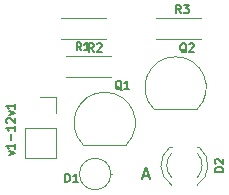
<source format=gbr>
%TF.GenerationSoftware,KiCad,Pcbnew,(5.1.12)-1*%
%TF.CreationDate,2023-08-26T20:12:22+05:30*%
%TF.ProjectId,low battery inductor,6c6f7720-6261-4747-9465-727920696e64,rev?*%
%TF.SameCoordinates,Original*%
%TF.FileFunction,Legend,Top*%
%TF.FilePolarity,Positive*%
%FSLAX46Y46*%
G04 Gerber Fmt 4.6, Leading zero omitted, Abs format (unit mm)*
G04 Created by KiCad (PCBNEW (5.1.12)-1) date 2023-08-26 20:12:22*
%MOMM*%
%LPD*%
G01*
G04 APERTURE LIST*
%ADD10C,0.120000*%
%ADD11C,0.150000*%
G04 APERTURE END LIST*
D10*
%TO.C,D2*%
X155940000Y-82040000D02*
X155784000Y-82040000D01*
X158256000Y-82040000D02*
X158100000Y-82040000D01*
X155940163Y-84641130D02*
G75*
G02*
X155940000Y-82559039I1079837J1041130D01*
G01*
X158099837Y-84641130D02*
G75*
G03*
X158100000Y-82559039I-1079837J1041130D01*
G01*
X155941392Y-85272335D02*
G75*
G02*
X155784484Y-82040000I1078608J1672335D01*
G01*
X158098608Y-85272335D02*
G75*
G03*
X158255516Y-82040000I-1078608J1672335D01*
G01*
%TO.C,v1-12v1*%
X144825001Y-77795001D02*
X146155001Y-77795001D01*
X146155001Y-77795001D02*
X146155001Y-79125001D01*
X146155001Y-80395001D02*
X146155001Y-82995001D01*
X143495001Y-82995001D02*
X146155001Y-82995001D01*
X143495001Y-80395001D02*
X143495001Y-82995001D01*
X143495001Y-80395001D02*
X146155001Y-80395001D01*
%TO.C,R3*%
X154620000Y-72920000D02*
X158460000Y-72920000D01*
X154620000Y-71080000D02*
X158460000Y-71080000D01*
%TO.C,R2*%
X146990000Y-76145001D02*
X150830000Y-76145001D01*
X146990000Y-74305001D02*
X150830000Y-74305001D01*
%TO.C,R1*%
X150380000Y-71080000D02*
X146540000Y-71080000D01*
X150380000Y-72920000D02*
X146540000Y-72920000D01*
%TO.C,Q2*%
X154470000Y-78850000D02*
X158070000Y-78850000D01*
X158108478Y-78838478D02*
G75*
G03*
X156270000Y-74400000I-1838478J1838478D01*
G01*
X154431522Y-78838478D02*
G75*
G02*
X156270000Y-74400000I1838478J1838478D01*
G01*
%TO.C,Q1*%
X148470000Y-81850000D02*
X152070000Y-81850000D01*
X152108478Y-81838478D02*
G75*
G03*
X150270000Y-77400000I-1838478J1838478D01*
G01*
X148431522Y-81838478D02*
G75*
G02*
X150270000Y-77400000I1838478J1838478D01*
G01*
%TO.C,D1*%
X150786371Y-84325000D02*
X150900000Y-84325000D01*
X150786371Y-84325000D02*
G75*
G03*
X150786371Y-84325000I-1326371J0D01*
G01*
%TO.C,D2*%
D11*
X160296666Y-84116666D02*
X159596666Y-84116666D01*
X159596666Y-83950000D01*
X159630000Y-83850000D01*
X159696666Y-83783333D01*
X159763333Y-83750000D01*
X159896666Y-83716666D01*
X159996666Y-83716666D01*
X160130000Y-83750000D01*
X160196666Y-83783333D01*
X160263333Y-83850000D01*
X160296666Y-83950000D01*
X160296666Y-84116666D01*
X159663333Y-83450000D02*
X159630000Y-83416666D01*
X159596666Y-83350000D01*
X159596666Y-83183333D01*
X159630000Y-83116666D01*
X159663333Y-83083333D01*
X159730000Y-83050000D01*
X159796666Y-83050000D01*
X159896666Y-83083333D01*
X160296666Y-83483333D01*
X160296666Y-83050000D01*
%TO.C,v1-12v1*%
X142175000Y-82750000D02*
X142641666Y-82583333D01*
X142175000Y-82416666D01*
X142641666Y-81783333D02*
X142641666Y-82183333D01*
X142641666Y-81983333D02*
X141941666Y-81983333D01*
X142041666Y-82050000D01*
X142108333Y-82116666D01*
X142141666Y-82183333D01*
X142375000Y-81483333D02*
X142375000Y-80950000D01*
X142641666Y-80250000D02*
X142641666Y-80650000D01*
X142641666Y-80450000D02*
X141941666Y-80450000D01*
X142041666Y-80516666D01*
X142108333Y-80583333D01*
X142141666Y-80650000D01*
X142008333Y-79983333D02*
X141975000Y-79950000D01*
X141941666Y-79883333D01*
X141941666Y-79716666D01*
X141975000Y-79650000D01*
X142008333Y-79616666D01*
X142075000Y-79583333D01*
X142141666Y-79583333D01*
X142241666Y-79616666D01*
X142641666Y-80016666D01*
X142641666Y-79583333D01*
X142175000Y-79350000D02*
X142641666Y-79183333D01*
X142175000Y-79016666D01*
X142641666Y-78383333D02*
X142641666Y-78783333D01*
X142641666Y-78583333D02*
X141941666Y-78583333D01*
X142041666Y-78650000D01*
X142108333Y-78716666D01*
X142141666Y-78783333D01*
%TO.C,R3*%
X156708333Y-70716666D02*
X156475000Y-70383333D01*
X156308333Y-70716666D02*
X156308333Y-70016666D01*
X156575000Y-70016666D01*
X156641666Y-70050000D01*
X156675000Y-70083333D01*
X156708333Y-70150000D01*
X156708333Y-70250000D01*
X156675000Y-70316666D01*
X156641666Y-70350000D01*
X156575000Y-70383333D01*
X156308333Y-70383333D01*
X156941666Y-70016666D02*
X157375000Y-70016666D01*
X157141666Y-70283333D01*
X157241666Y-70283333D01*
X157308333Y-70316666D01*
X157341666Y-70350000D01*
X157375000Y-70416666D01*
X157375000Y-70583333D01*
X157341666Y-70650000D01*
X157308333Y-70683333D01*
X157241666Y-70716666D01*
X157041666Y-70716666D01*
X156975000Y-70683333D01*
X156941666Y-70650000D01*
%TO.C,R2*%
X149343333Y-73976666D02*
X149110000Y-73643333D01*
X148943333Y-73976666D02*
X148943333Y-73276666D01*
X149210000Y-73276666D01*
X149276666Y-73310000D01*
X149310000Y-73343333D01*
X149343333Y-73410000D01*
X149343333Y-73510000D01*
X149310000Y-73576666D01*
X149276666Y-73610000D01*
X149210000Y-73643333D01*
X148943333Y-73643333D01*
X149610000Y-73343333D02*
X149643333Y-73310000D01*
X149710000Y-73276666D01*
X149876666Y-73276666D01*
X149943333Y-73310000D01*
X149976666Y-73343333D01*
X150010000Y-73410000D01*
X150010000Y-73476666D01*
X149976666Y-73576666D01*
X149576666Y-73976666D01*
X150010000Y-73976666D01*
%TO.C,R1*%
X148283333Y-73866665D02*
X148050000Y-73533332D01*
X147883333Y-73866665D02*
X147883333Y-73166665D01*
X148150000Y-73166665D01*
X148216666Y-73199999D01*
X148250000Y-73233332D01*
X148283333Y-73299999D01*
X148283333Y-73399999D01*
X148250000Y-73466665D01*
X148216666Y-73499999D01*
X148150000Y-73533332D01*
X147883333Y-73533332D01*
X148950000Y-73866665D02*
X148550000Y-73866665D01*
X148750000Y-73866665D02*
X148750000Y-73166665D01*
X148683333Y-73266665D01*
X148616666Y-73333332D01*
X148550000Y-73366665D01*
%TO.C,Q2*%
X157183333Y-74033333D02*
X157116666Y-74000000D01*
X157050000Y-73933333D01*
X156950000Y-73833333D01*
X156883333Y-73800000D01*
X156816666Y-73800000D01*
X156850000Y-73966666D02*
X156783333Y-73933333D01*
X156716666Y-73866666D01*
X156683333Y-73733333D01*
X156683333Y-73500000D01*
X156716666Y-73366666D01*
X156783333Y-73300000D01*
X156850000Y-73266666D01*
X156983333Y-73266666D01*
X157050000Y-73300000D01*
X157116666Y-73366666D01*
X157150000Y-73500000D01*
X157150000Y-73733333D01*
X157116666Y-73866666D01*
X157050000Y-73933333D01*
X156983333Y-73966666D01*
X156850000Y-73966666D01*
X157416666Y-73333333D02*
X157450000Y-73300000D01*
X157516666Y-73266666D01*
X157683333Y-73266666D01*
X157750000Y-73300000D01*
X157783333Y-73333333D01*
X157816666Y-73400000D01*
X157816666Y-73466666D01*
X157783333Y-73566666D01*
X157383333Y-73966666D01*
X157816666Y-73966666D01*
%TO.C,Q1*%
X151693333Y-77223333D02*
X151626666Y-77190000D01*
X151560000Y-77123333D01*
X151460000Y-77023333D01*
X151393333Y-76990000D01*
X151326666Y-76990000D01*
X151360000Y-77156666D02*
X151293333Y-77123333D01*
X151226666Y-77056666D01*
X151193333Y-76923333D01*
X151193333Y-76690000D01*
X151226666Y-76556666D01*
X151293333Y-76490000D01*
X151360000Y-76456666D01*
X151493333Y-76456666D01*
X151560000Y-76490000D01*
X151626666Y-76556666D01*
X151660000Y-76690000D01*
X151660000Y-76923333D01*
X151626666Y-77056666D01*
X151560000Y-77123333D01*
X151493333Y-77156666D01*
X151360000Y-77156666D01*
X152326666Y-77156666D02*
X151926666Y-77156666D01*
X152126666Y-77156666D02*
X152126666Y-76456666D01*
X152060000Y-76556666D01*
X151993333Y-76623333D01*
X151926666Y-76656666D01*
%TO.C,D1*%
X146943333Y-84991666D02*
X146943333Y-84291666D01*
X147110000Y-84291666D01*
X147210000Y-84325000D01*
X147276666Y-84391666D01*
X147310000Y-84458333D01*
X147343333Y-84591666D01*
X147343333Y-84691666D01*
X147310000Y-84825000D01*
X147276666Y-84891666D01*
X147210000Y-84958333D01*
X147110000Y-84991666D01*
X146943333Y-84991666D01*
X148010000Y-84991666D02*
X147610000Y-84991666D01*
X147810000Y-84991666D02*
X147810000Y-84291666D01*
X147743333Y-84391666D01*
X147676666Y-84458333D01*
X147610000Y-84491666D01*
X153546904Y-84491666D02*
X154023095Y-84491666D01*
X153451666Y-84777380D02*
X153785000Y-83777380D01*
X154118333Y-84777380D01*
%TD*%
M02*

</source>
